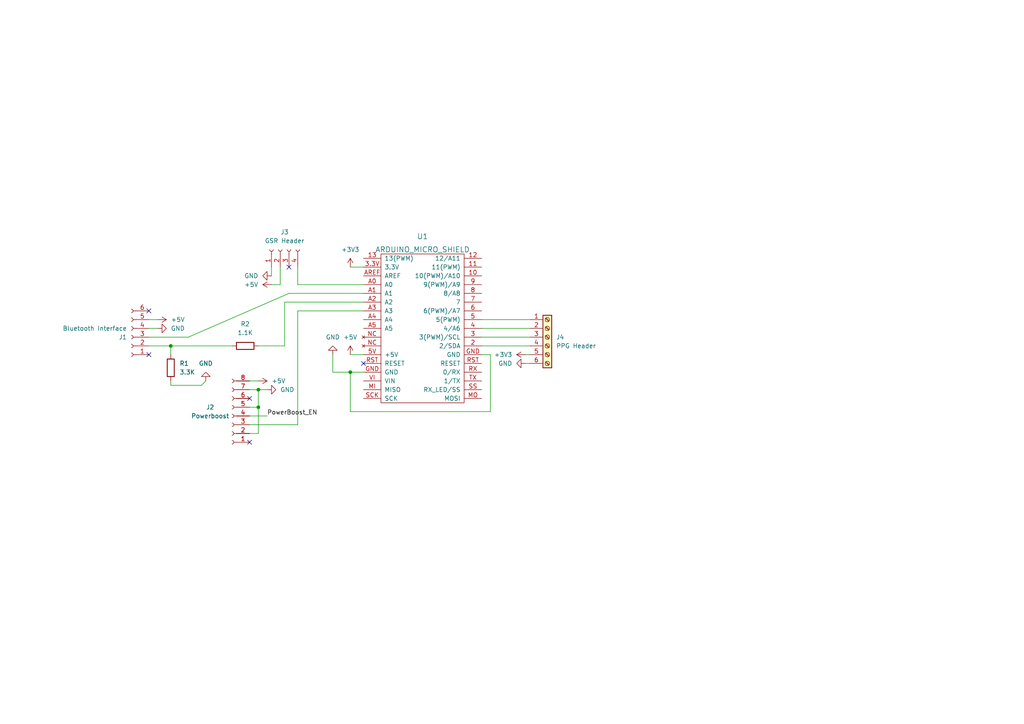
<source format=kicad_sch>
(kicad_sch (version 20211123) (generator eeschema)

  (uuid ad61b774-4279-49e8-a967-84003f815f91)

  (paper "A4")

  (lib_symbols
    (symbol "Connector:Conn_01x04_Female" (pin_names (offset 1.016) hide) (in_bom yes) (on_board yes)
      (property "Reference" "J" (id 0) (at 0 5.08 0)
        (effects (font (size 1.27 1.27)))
      )
      (property "Value" "Conn_01x04_Female" (id 1) (at 0 -7.62 0)
        (effects (font (size 1.27 1.27)))
      )
      (property "Footprint" "" (id 2) (at 0 0 0)
        (effects (font (size 1.27 1.27)) hide)
      )
      (property "Datasheet" "~" (id 3) (at 0 0 0)
        (effects (font (size 1.27 1.27)) hide)
      )
      (property "ki_keywords" "connector" (id 4) (at 0 0 0)
        (effects (font (size 1.27 1.27)) hide)
      )
      (property "ki_description" "Generic connector, single row, 01x04, script generated (kicad-library-utils/schlib/autogen/connector/)" (id 5) (at 0 0 0)
        (effects (font (size 1.27 1.27)) hide)
      )
      (property "ki_fp_filters" "Connector*:*_1x??_*" (id 6) (at 0 0 0)
        (effects (font (size 1.27 1.27)) hide)
      )
      (symbol "Conn_01x04_Female_1_1"
        (arc (start 0 -4.572) (mid -0.508 -5.08) (end 0 -5.588)
          (stroke (width 0.1524) (type default) (color 0 0 0 0))
          (fill (type none))
        )
        (arc (start 0 -2.032) (mid -0.508 -2.54) (end 0 -3.048)
          (stroke (width 0.1524) (type default) (color 0 0 0 0))
          (fill (type none))
        )
        (polyline
          (pts
            (xy -1.27 -5.08)
            (xy -0.508 -5.08)
          )
          (stroke (width 0.1524) (type default) (color 0 0 0 0))
          (fill (type none))
        )
        (polyline
          (pts
            (xy -1.27 -2.54)
            (xy -0.508 -2.54)
          )
          (stroke (width 0.1524) (type default) (color 0 0 0 0))
          (fill (type none))
        )
        (polyline
          (pts
            (xy -1.27 0)
            (xy -0.508 0)
          )
          (stroke (width 0.1524) (type default) (color 0 0 0 0))
          (fill (type none))
        )
        (polyline
          (pts
            (xy -1.27 2.54)
            (xy -0.508 2.54)
          )
          (stroke (width 0.1524) (type default) (color 0 0 0 0))
          (fill (type none))
        )
        (arc (start 0 0.508) (mid -0.508 0) (end 0 -0.508)
          (stroke (width 0.1524) (type default) (color 0 0 0 0))
          (fill (type none))
        )
        (arc (start 0 3.048) (mid -0.508 2.54) (end 0 2.032)
          (stroke (width 0.1524) (type default) (color 0 0 0 0))
          (fill (type none))
        )
        (pin passive line (at -5.08 2.54 0) (length 3.81)
          (name "Pin_1" (effects (font (size 1.27 1.27))))
          (number "1" (effects (font (size 1.27 1.27))))
        )
        (pin passive line (at -5.08 0 0) (length 3.81)
          (name "Pin_2" (effects (font (size 1.27 1.27))))
          (number "2" (effects (font (size 1.27 1.27))))
        )
        (pin passive line (at -5.08 -2.54 0) (length 3.81)
          (name "Pin_3" (effects (font (size 1.27 1.27))))
          (number "3" (effects (font (size 1.27 1.27))))
        )
        (pin passive line (at -5.08 -5.08 0) (length 3.81)
          (name "Pin_4" (effects (font (size 1.27 1.27))))
          (number "4" (effects (font (size 1.27 1.27))))
        )
      )
    )
    (symbol "Connector:Conn_01x06_Female" (pin_names (offset 1.016) hide) (in_bom yes) (on_board yes)
      (property "Reference" "J" (id 0) (at 0 7.62 0)
        (effects (font (size 1.27 1.27)))
      )
      (property "Value" "Conn_01x06_Female" (id 1) (at 0 -10.16 0)
        (effects (font (size 1.27 1.27)))
      )
      (property "Footprint" "" (id 2) (at 0 0 0)
        (effects (font (size 1.27 1.27)) hide)
      )
      (property "Datasheet" "~" (id 3) (at 0 0 0)
        (effects (font (size 1.27 1.27)) hide)
      )
      (property "ki_keywords" "connector" (id 4) (at 0 0 0)
        (effects (font (size 1.27 1.27)) hide)
      )
      (property "ki_description" "Generic connector, single row, 01x06, script generated (kicad-library-utils/schlib/autogen/connector/)" (id 5) (at 0 0 0)
        (effects (font (size 1.27 1.27)) hide)
      )
      (property "ki_fp_filters" "Connector*:*_1x??_*" (id 6) (at 0 0 0)
        (effects (font (size 1.27 1.27)) hide)
      )
      (symbol "Conn_01x06_Female_1_1"
        (arc (start 0 -7.112) (mid -0.508 -7.62) (end 0 -8.128)
          (stroke (width 0.1524) (type default) (color 0 0 0 0))
          (fill (type none))
        )
        (arc (start 0 -4.572) (mid -0.508 -5.08) (end 0 -5.588)
          (stroke (width 0.1524) (type default) (color 0 0 0 0))
          (fill (type none))
        )
        (arc (start 0 -2.032) (mid -0.508 -2.54) (end 0 -3.048)
          (stroke (width 0.1524) (type default) (color 0 0 0 0))
          (fill (type none))
        )
        (polyline
          (pts
            (xy -1.27 -7.62)
            (xy -0.508 -7.62)
          )
          (stroke (width 0.1524) (type default) (color 0 0 0 0))
          (fill (type none))
        )
        (polyline
          (pts
            (xy -1.27 -5.08)
            (xy -0.508 -5.08)
          )
          (stroke (width 0.1524) (type default) (color 0 0 0 0))
          (fill (type none))
        )
        (polyline
          (pts
            (xy -1.27 -2.54)
            (xy -0.508 -2.54)
          )
          (stroke (width 0.1524) (type default) (color 0 0 0 0))
          (fill (type none))
        )
        (polyline
          (pts
            (xy -1.27 0)
            (xy -0.508 0)
          )
          (stroke (width 0.1524) (type default) (color 0 0 0 0))
          (fill (type none))
        )
        (polyline
          (pts
            (xy -1.27 2.54)
            (xy -0.508 2.54)
          )
          (stroke (width 0.1524) (type default) (color 0 0 0 0))
          (fill (type none))
        )
        (polyline
          (pts
            (xy -1.27 5.08)
            (xy -0.508 5.08)
          )
          (stroke (width 0.1524) (type default) (color 0 0 0 0))
          (fill (type none))
        )
        (arc (start 0 0.508) (mid -0.508 0) (end 0 -0.508)
          (stroke (width 0.1524) (type default) (color 0 0 0 0))
          (fill (type none))
        )
        (arc (start 0 3.048) (mid -0.508 2.54) (end 0 2.032)
          (stroke (width 0.1524) (type default) (color 0 0 0 0))
          (fill (type none))
        )
        (arc (start 0 5.588) (mid -0.508 5.08) (end 0 4.572)
          (stroke (width 0.1524) (type default) (color 0 0 0 0))
          (fill (type none))
        )
        (pin passive line (at -5.08 5.08 0) (length 3.81)
          (name "Pin_1" (effects (font (size 1.27 1.27))))
          (number "1" (effects (font (size 1.27 1.27))))
        )
        (pin passive line (at -5.08 2.54 0) (length 3.81)
          (name "Pin_2" (effects (font (size 1.27 1.27))))
          (number "2" (effects (font (size 1.27 1.27))))
        )
        (pin passive line (at -5.08 0 0) (length 3.81)
          (name "Pin_3" (effects (font (size 1.27 1.27))))
          (number "3" (effects (font (size 1.27 1.27))))
        )
        (pin passive line (at -5.08 -2.54 0) (length 3.81)
          (name "Pin_4" (effects (font (size 1.27 1.27))))
          (number "4" (effects (font (size 1.27 1.27))))
        )
        (pin passive line (at -5.08 -5.08 0) (length 3.81)
          (name "Pin_5" (effects (font (size 1.27 1.27))))
          (number "5" (effects (font (size 1.27 1.27))))
        )
        (pin passive line (at -5.08 -7.62 0) (length 3.81)
          (name "Pin_6" (effects (font (size 1.27 1.27))))
          (number "6" (effects (font (size 1.27 1.27))))
        )
      )
    )
    (symbol "Connector:Conn_01x08_Female" (pin_names (offset 1.016) hide) (in_bom yes) (on_board yes)
      (property "Reference" "J" (id 0) (at 0 10.16 0)
        (effects (font (size 1.27 1.27)))
      )
      (property "Value" "Conn_01x08_Female" (id 1) (at 0 -12.7 0)
        (effects (font (size 1.27 1.27)))
      )
      (property "Footprint" "" (id 2) (at 0 0 0)
        (effects (font (size 1.27 1.27)) hide)
      )
      (property "Datasheet" "~" (id 3) (at 0 0 0)
        (effects (font (size 1.27 1.27)) hide)
      )
      (property "ki_keywords" "connector" (id 4) (at 0 0 0)
        (effects (font (size 1.27 1.27)) hide)
      )
      (property "ki_description" "Generic connector, single row, 01x08, script generated (kicad-library-utils/schlib/autogen/connector/)" (id 5) (at 0 0 0)
        (effects (font (size 1.27 1.27)) hide)
      )
      (property "ki_fp_filters" "Connector*:*_1x??_*" (id 6) (at 0 0 0)
        (effects (font (size 1.27 1.27)) hide)
      )
      (symbol "Conn_01x08_Female_1_1"
        (arc (start 0 -9.652) (mid -0.508 -10.16) (end 0 -10.668)
          (stroke (width 0.1524) (type default) (color 0 0 0 0))
          (fill (type none))
        )
        (arc (start 0 -7.112) (mid -0.508 -7.62) (end 0 -8.128)
          (stroke (width 0.1524) (type default) (color 0 0 0 0))
          (fill (type none))
        )
        (arc (start 0 -4.572) (mid -0.508 -5.08) (end 0 -5.588)
          (stroke (width 0.1524) (type default) (color 0 0 0 0))
          (fill (type none))
        )
        (arc (start 0 -2.032) (mid -0.508 -2.54) (end 0 -3.048)
          (stroke (width 0.1524) (type default) (color 0 0 0 0))
          (fill (type none))
        )
        (polyline
          (pts
            (xy -1.27 -10.16)
            (xy -0.508 -10.16)
          )
          (stroke (width 0.1524) (type default) (color 0 0 0 0))
          (fill (type none))
        )
        (polyline
          (pts
            (xy -1.27 -7.62)
            (xy -0.508 -7.62)
          )
          (stroke (width 0.1524) (type default) (color 0 0 0 0))
          (fill (type none))
        )
        (polyline
          (pts
            (xy -1.27 -5.08)
            (xy -0.508 -5.08)
          )
          (stroke (width 0.1524) (type default) (color 0 0 0 0))
          (fill (type none))
        )
        (polyline
          (pts
            (xy -1.27 -2.54)
            (xy -0.508 -2.54)
          )
          (stroke (width 0.1524) (type default) (color 0 0 0 0))
          (fill (type none))
        )
        (polyline
          (pts
            (xy -1.27 0)
            (xy -0.508 0)
          )
          (stroke (width 0.1524) (type default) (color 0 0 0 0))
          (fill (type none))
        )
        (polyline
          (pts
            (xy -1.27 2.54)
            (xy -0.508 2.54)
          )
          (stroke (width 0.1524) (type default) (color 0 0 0 0))
          (fill (type none))
        )
        (polyline
          (pts
            (xy -1.27 5.08)
            (xy -0.508 5.08)
          )
          (stroke (width 0.1524) (type default) (color 0 0 0 0))
          (fill (type none))
        )
        (polyline
          (pts
            (xy -1.27 7.62)
            (xy -0.508 7.62)
          )
          (stroke (width 0.1524) (type default) (color 0 0 0 0))
          (fill (type none))
        )
        (arc (start 0 0.508) (mid -0.508 0) (end 0 -0.508)
          (stroke (width 0.1524) (type default) (color 0 0 0 0))
          (fill (type none))
        )
        (arc (start 0 3.048) (mid -0.508 2.54) (end 0 2.032)
          (stroke (width 0.1524) (type default) (color 0 0 0 0))
          (fill (type none))
        )
        (arc (start 0 5.588) (mid -0.508 5.08) (end 0 4.572)
          (stroke (width 0.1524) (type default) (color 0 0 0 0))
          (fill (type none))
        )
        (arc (start 0 8.128) (mid -0.508 7.62) (end 0 7.112)
          (stroke (width 0.1524) (type default) (color 0 0 0 0))
          (fill (type none))
        )
        (pin passive line (at -5.08 7.62 0) (length 3.81)
          (name "Pin_1" (effects (font (size 1.27 1.27))))
          (number "1" (effects (font (size 1.27 1.27))))
        )
        (pin passive line (at -5.08 5.08 0) (length 3.81)
          (name "Pin_2" (effects (font (size 1.27 1.27))))
          (number "2" (effects (font (size 1.27 1.27))))
        )
        (pin passive line (at -5.08 2.54 0) (length 3.81)
          (name "Pin_3" (effects (font (size 1.27 1.27))))
          (number "3" (effects (font (size 1.27 1.27))))
        )
        (pin passive line (at -5.08 0 0) (length 3.81)
          (name "Pin_4" (effects (font (size 1.27 1.27))))
          (number "4" (effects (font (size 1.27 1.27))))
        )
        (pin passive line (at -5.08 -2.54 0) (length 3.81)
          (name "Pin_5" (effects (font (size 1.27 1.27))))
          (number "5" (effects (font (size 1.27 1.27))))
        )
        (pin passive line (at -5.08 -5.08 0) (length 3.81)
          (name "Pin_6" (effects (font (size 1.27 1.27))))
          (number "6" (effects (font (size 1.27 1.27))))
        )
        (pin passive line (at -5.08 -7.62 0) (length 3.81)
          (name "Pin_7" (effects (font (size 1.27 1.27))))
          (number "7" (effects (font (size 1.27 1.27))))
        )
        (pin passive line (at -5.08 -10.16 0) (length 3.81)
          (name "Pin_8" (effects (font (size 1.27 1.27))))
          (number "8" (effects (font (size 1.27 1.27))))
        )
      )
    )
    (symbol "Connector:Screw_Terminal_01x06" (pin_names (offset 1.016) hide) (in_bom yes) (on_board yes)
      (property "Reference" "J" (id 0) (at 0 7.62 0)
        (effects (font (size 1.27 1.27)))
      )
      (property "Value" "Screw_Terminal_01x06" (id 1) (at 0 -10.16 0)
        (effects (font (size 1.27 1.27)))
      )
      (property "Footprint" "" (id 2) (at 0 0 0)
        (effects (font (size 1.27 1.27)) hide)
      )
      (property "Datasheet" "~" (id 3) (at 0 0 0)
        (effects (font (size 1.27 1.27)) hide)
      )
      (property "ki_keywords" "screw terminal" (id 4) (at 0 0 0)
        (effects (font (size 1.27 1.27)) hide)
      )
      (property "ki_description" "Generic screw terminal, single row, 01x06, script generated (kicad-library-utils/schlib/autogen/connector/)" (id 5) (at 0 0 0)
        (effects (font (size 1.27 1.27)) hide)
      )
      (property "ki_fp_filters" "TerminalBlock*:*" (id 6) (at 0 0 0)
        (effects (font (size 1.27 1.27)) hide)
      )
      (symbol "Screw_Terminal_01x06_1_1"
        (rectangle (start -1.27 6.35) (end 1.27 -8.89)
          (stroke (width 0.254) (type default) (color 0 0 0 0))
          (fill (type background))
        )
        (circle (center 0 -7.62) (radius 0.635)
          (stroke (width 0.1524) (type default) (color 0 0 0 0))
          (fill (type none))
        )
        (circle (center 0 -5.08) (radius 0.635)
          (stroke (width 0.1524) (type default) (color 0 0 0 0))
          (fill (type none))
        )
        (circle (center 0 -2.54) (radius 0.635)
          (stroke (width 0.1524) (type default) (color 0 0 0 0))
          (fill (type none))
        )
        (polyline
          (pts
            (xy -0.5334 -7.2898)
            (xy 0.3302 -8.128)
          )
          (stroke (width 0.1524) (type default) (color 0 0 0 0))
          (fill (type none))
        )
        (polyline
          (pts
            (xy -0.5334 -4.7498)
            (xy 0.3302 -5.588)
          )
          (stroke (width 0.1524) (type default) (color 0 0 0 0))
          (fill (type none))
        )
        (polyline
          (pts
            (xy -0.5334 -2.2098)
            (xy 0.3302 -3.048)
          )
          (stroke (width 0.1524) (type default) (color 0 0 0 0))
          (fill (type none))
        )
        (polyline
          (pts
            (xy -0.5334 0.3302)
            (xy 0.3302 -0.508)
          )
          (stroke (width 0.1524) (type default) (color 0 0 0 0))
          (fill (type none))
        )
        (polyline
          (pts
            (xy -0.5334 2.8702)
            (xy 0.3302 2.032)
          )
          (stroke (width 0.1524) (type default) (color 0 0 0 0))
          (fill (type none))
        )
        (polyline
          (pts
            (xy -0.5334 5.4102)
            (xy 0.3302 4.572)
          )
          (stroke (width 0.1524) (type default) (color 0 0 0 0))
          (fill (type none))
        )
        (polyline
          (pts
            (xy -0.3556 -7.112)
            (xy 0.508 -7.9502)
          )
          (stroke (width 0.1524) (type default) (color 0 0 0 0))
          (fill (type none))
        )
        (polyline
          (pts
            (xy -0.3556 -4.572)
            (xy 0.508 -5.4102)
          )
          (stroke (width 0.1524) (type default) (color 0 0 0 0))
          (fill (type none))
        )
        (polyline
          (pts
            (xy -0.3556 -2.032)
            (xy 0.508 -2.8702)
          )
          (stroke (width 0.1524) (type default) (color 0 0 0 0))
          (fill (type none))
        )
        (polyline
          (pts
            (xy -0.3556 0.508)
            (xy 0.508 -0.3302)
          )
          (stroke (width 0.1524) (type default) (color 0 0 0 0))
          (fill (type none))
        )
        (polyline
          (pts
            (xy -0.3556 3.048)
            (xy 0.508 2.2098)
          )
          (stroke (width 0.1524) (type default) (color 0 0 0 0))
          (fill (type none))
        )
        (polyline
          (pts
            (xy -0.3556 5.588)
            (xy 0.508 4.7498)
          )
          (stroke (width 0.1524) (type default) (color 0 0 0 0))
          (fill (type none))
        )
        (circle (center 0 0) (radius 0.635)
          (stroke (width 0.1524) (type default) (color 0 0 0 0))
          (fill (type none))
        )
        (circle (center 0 2.54) (radius 0.635)
          (stroke (width 0.1524) (type default) (color 0 0 0 0))
          (fill (type none))
        )
        (circle (center 0 5.08) (radius 0.635)
          (stroke (width 0.1524) (type default) (color 0 0 0 0))
          (fill (type none))
        )
        (pin passive line (at -5.08 5.08 0) (length 3.81)
          (name "Pin_1" (effects (font (size 1.27 1.27))))
          (number "1" (effects (font (size 1.27 1.27))))
        )
        (pin passive line (at -5.08 2.54 0) (length 3.81)
          (name "Pin_2" (effects (font (size 1.27 1.27))))
          (number "2" (effects (font (size 1.27 1.27))))
        )
        (pin passive line (at -5.08 0 0) (length 3.81)
          (name "Pin_3" (effects (font (size 1.27 1.27))))
          (number "3" (effects (font (size 1.27 1.27))))
        )
        (pin passive line (at -5.08 -2.54 0) (length 3.81)
          (name "Pin_4" (effects (font (size 1.27 1.27))))
          (number "4" (effects (font (size 1.27 1.27))))
        )
        (pin passive line (at -5.08 -5.08 0) (length 3.81)
          (name "Pin_5" (effects (font (size 1.27 1.27))))
          (number "5" (effects (font (size 1.27 1.27))))
        )
        (pin passive line (at -5.08 -7.62 0) (length 3.81)
          (name "Pin_6" (effects (font (size 1.27 1.27))))
          (number "6" (effects (font (size 1.27 1.27))))
        )
      )
    )
    (symbol "Device:R" (pin_numbers hide) (pin_names (offset 0)) (in_bom yes) (on_board yes)
      (property "Reference" "R" (id 0) (at 2.032 0 90)
        (effects (font (size 1.27 1.27)))
      )
      (property "Value" "R" (id 1) (at 0 0 90)
        (effects (font (size 1.27 1.27)))
      )
      (property "Footprint" "" (id 2) (at -1.778 0 90)
        (effects (font (size 1.27 1.27)) hide)
      )
      (property "Datasheet" "~" (id 3) (at 0 0 0)
        (effects (font (size 1.27 1.27)) hide)
      )
      (property "ki_keywords" "R res resistor" (id 4) (at 0 0 0)
        (effects (font (size 1.27 1.27)) hide)
      )
      (property "ki_description" "Resistor" (id 5) (at 0 0 0)
        (effects (font (size 1.27 1.27)) hide)
      )
      (property "ki_fp_filters" "R_*" (id 6) (at 0 0 0)
        (effects (font (size 1.27 1.27)) hide)
      )
      (symbol "R_0_1"
        (rectangle (start -1.016 -2.54) (end 1.016 2.54)
          (stroke (width 0.254) (type default) (color 0 0 0 0))
          (fill (type none))
        )
      )
      (symbol "R_1_1"
        (pin passive line (at 0 3.81 270) (length 1.27)
          (name "~" (effects (font (size 1.27 1.27))))
          (number "1" (effects (font (size 1.27 1.27))))
        )
        (pin passive line (at 0 -3.81 90) (length 1.27)
          (name "~" (effects (font (size 1.27 1.27))))
          (number "2" (effects (font (size 1.27 1.27))))
        )
      )
    )
    (symbol "arduino_micro_shield:ARDUINO_MICRO_SHIELD" (pin_names (offset 1.016)) (in_bom yes) (on_board yes)
      (property "Reference" "U" (id 0) (at 44.45 10.16 0)
        (effects (font (size 1.524 1.524)))
      )
      (property "Value" "ARDUINO_MICRO_SHIELD" (id 1) (at 21.59 15.24 0)
        (effects (font (size 1.524 1.524)))
      )
      (property "Footprint" "" (id 2) (at 10.16 -1.27 0)
        (effects (font (size 1.524 1.524)))
      )
      (property "Datasheet" "" (id 3) (at 10.16 -1.27 0)
        (effects (font (size 1.524 1.524)))
      )
      (property "ki_keywords" "arduino, micro" (id 4) (at 0 0 0)
        (effects (font (size 1.27 1.27)) hide)
      )
      (property "ki_description" "Arduino Micro shield" (id 5) (at 0 0 0)
        (effects (font (size 1.27 1.27)) hide)
      )
      (symbol "ARDUINO_MICRO_SHIELD_0_1"
        (rectangle (start 0 0) (end 43.18 24.13)
          (stroke (width 0) (type default) (color 0 0 0 0))
          (fill (type none))
        )
      )
      (symbol "ARDUINO_MICRO_SHIELD_1_1"
        (pin bidirectional line (at 36.83 -5.08 90) (length 5.08)
          (name "10(PWM)/A10" (effects (font (size 1.27 1.27))))
          (number "10" (effects (font (size 1.27 1.27))))
        )
        (pin bidirectional line (at 39.37 -5.08 90) (length 5.08)
          (name "11(PWM)" (effects (font (size 1.27 1.27))))
          (number "11" (effects (font (size 1.27 1.27))))
        )
        (pin bidirectional line (at 41.91 -5.08 90) (length 5.08)
          (name "12/A11" (effects (font (size 1.27 1.27))))
          (number "12" (effects (font (size 1.27 1.27))))
        )
        (pin bidirectional line (at 41.91 29.21 270) (length 5.08)
          (name "13(PWM)" (effects (font (size 1.27 1.27))))
          (number "13" (effects (font (size 1.27 1.27))))
        )
        (pin bidirectional line (at 16.51 -5.08 90) (length 5.08)
          (name "2/SDA" (effects (font (size 1.27 1.27))))
          (number "2" (effects (font (size 1.27 1.27))))
        )
        (pin bidirectional line (at 19.05 -5.08 90) (length 5.08)
          (name "3(PWM)/SCL" (effects (font (size 1.27 1.27))))
          (number "3" (effects (font (size 1.27 1.27))))
        )
        (pin power_in line (at 39.37 29.21 270) (length 5.08)
          (name "3.3V" (effects (font (size 1.27 1.27))))
          (number "3.3V" (effects (font (size 1.27 1.27))))
        )
        (pin bidirectional line (at 21.59 -5.08 90) (length 5.08)
          (name "4/A6" (effects (font (size 1.27 1.27))))
          (number "4" (effects (font (size 1.27 1.27))))
        )
        (pin bidirectional line (at 24.13 -5.08 90) (length 5.08)
          (name "5(PWM)" (effects (font (size 1.27 1.27))))
          (number "5" (effects (font (size 1.27 1.27))))
        )
        (pin power_in line (at 13.97 29.21 270) (length 5.08)
          (name "+5V" (effects (font (size 1.27 1.27))))
          (number "5V" (effects (font (size 1.27 1.27))))
        )
        (pin bidirectional line (at 26.67 -5.08 90) (length 5.08)
          (name "6(PWM)/A7" (effects (font (size 1.27 1.27))))
          (number "6" (effects (font (size 1.27 1.27))))
        )
        (pin bidirectional line (at 29.21 -5.08 90) (length 5.08)
          (name "7" (effects (font (size 1.27 1.27))))
          (number "7" (effects (font (size 1.27 1.27))))
        )
        (pin bidirectional line (at 31.75 -5.08 90) (length 5.08)
          (name "8/A8" (effects (font (size 1.27 1.27))))
          (number "8" (effects (font (size 1.27 1.27))))
        )
        (pin bidirectional line (at 34.29 -5.08 90) (length 5.08)
          (name "9(PWM)/A9" (effects (font (size 1.27 1.27))))
          (number "9" (effects (font (size 1.27 1.27))))
        )
        (pin bidirectional line (at 34.29 29.21 270) (length 5.08)
          (name "A0" (effects (font (size 1.27 1.27))))
          (number "A0" (effects (font (size 1.27 1.27))))
        )
        (pin bidirectional line (at 31.75 29.21 270) (length 5.08)
          (name "A1" (effects (font (size 1.27 1.27))))
          (number "A1" (effects (font (size 1.27 1.27))))
        )
        (pin bidirectional line (at 29.21 29.21 270) (length 5.08)
          (name "A2" (effects (font (size 1.27 1.27))))
          (number "A2" (effects (font (size 1.27 1.27))))
        )
        (pin bidirectional line (at 26.67 29.21 270) (length 5.08)
          (name "A3" (effects (font (size 1.27 1.27))))
          (number "A3" (effects (font (size 1.27 1.27))))
        )
        (pin bidirectional line (at 24.13 29.21 270) (length 5.08)
          (name "A4" (effects (font (size 1.27 1.27))))
          (number "A4" (effects (font (size 1.27 1.27))))
        )
        (pin bidirectional line (at 21.59 29.21 270) (length 5.08)
          (name "A5" (effects (font (size 1.27 1.27))))
          (number "A5" (effects (font (size 1.27 1.27))))
        )
        (pin power_in line (at 36.83 29.21 270) (length 5.08)
          (name "AREF" (effects (font (size 1.27 1.27))))
          (number "AREF" (effects (font (size 1.27 1.27))))
        )
        (pin power_in line (at 8.89 29.21 270) (length 5.08)
          (name "GND" (effects (font (size 1.27 1.27))))
          (number "GND" (effects (font (size 1.27 1.27))))
        )
        (pin power_in line (at 13.97 -5.08 90) (length 5.08)
          (name "GND" (effects (font (size 1.27 1.27))))
          (number "GND" (effects (font (size 1.27 1.27))))
        )
        (pin bidirectional line (at 3.81 29.21 270) (length 5.08)
          (name "MISO" (effects (font (size 1.27 1.27))))
          (number "MI" (effects (font (size 1.27 1.27))))
        )
        (pin bidirectional line (at 1.27 -5.08 90) (length 5.08)
          (name "MOSI" (effects (font (size 1.27 1.27))))
          (number "MO" (effects (font (size 1.27 1.27))))
        )
        (pin no_connect line (at 16.51 29.21 270) (length 5.08)
          (name "~" (effects (font (size 1.27 1.27))))
          (number "NC" (effects (font (size 1.27 1.27))))
        )
        (pin no_connect line (at 19.05 29.21 270) (length 5.08)
          (name "~" (effects (font (size 1.27 1.27))))
          (number "NC" (effects (font (size 1.27 1.27))))
        )
        (pin bidirectional line (at 11.43 -5.08 90) (length 5.08)
          (name "RESET" (effects (font (size 1.27 1.27))))
          (number "RST" (effects (font (size 1.27 1.27))))
        )
        (pin bidirectional line (at 11.43 29.21 270) (length 5.08)
          (name "RESET" (effects (font (size 1.27 1.27))))
          (number "RST" (effects (font (size 1.27 1.27))))
        )
        (pin bidirectional line (at 8.89 -5.08 90) (length 5.08)
          (name "0/RX" (effects (font (size 1.27 1.27))))
          (number "RX" (effects (font (size 1.27 1.27))))
        )
        (pin bidirectional line (at 1.27 29.21 270) (length 5.08)
          (name "SCK" (effects (font (size 1.27 1.27))))
          (number "SCK" (effects (font (size 1.27 1.27))))
        )
        (pin bidirectional line (at 3.81 -5.08 90) (length 5.08)
          (name "RX_LED/SS" (effects (font (size 1.27 1.27))))
          (number "SS" (effects (font (size 1.27 1.27))))
        )
        (pin bidirectional line (at 6.35 -5.08 90) (length 5.08)
          (name "1/TX" (effects (font (size 1.27 1.27))))
          (number "TX" (effects (font (size 1.27 1.27))))
        )
        (pin power_in line (at 6.35 29.21 270) (length 5.08)
          (name "VIN" (effects (font (size 1.27 1.27))))
          (number "VI" (effects (font (size 1.27 1.27))))
        )
      )
    )
    (symbol "power:+3V3" (power) (pin_names (offset 0)) (in_bom yes) (on_board yes)
      (property "Reference" "#PWR" (id 0) (at 0 -3.81 0)
        (effects (font (size 1.27 1.27)) hide)
      )
      (property "Value" "+3V3" (id 1) (at 0 3.556 0)
        (effects (font (size 1.27 1.27)))
      )
      (property "Footprint" "" (id 2) (at 0 0 0)
        (effects (font (size 1.27 1.27)) hide)
      )
      (property "Datasheet" "" (id 3) (at 0 0 0)
        (effects (font (size 1.27 1.27)) hide)
      )
      (property "ki_keywords" "global power" (id 4) (at 0 0 0)
        (effects (font (size 1.27 1.27)) hide)
      )
      (property "ki_description" "Power symbol creates a global label with name \"+3V3\"" (id 5) (at 0 0 0)
        (effects (font (size 1.27 1.27)) hide)
      )
      (symbol "+3V3_0_1"
        (polyline
          (pts
            (xy -0.762 1.27)
            (xy 0 2.54)
          )
          (stroke (width 0) (type default) (color 0 0 0 0))
          (fill (type none))
        )
        (polyline
          (pts
            (xy 0 0)
            (xy 0 2.54)
          )
          (stroke (width 0) (type default) (color 0 0 0 0))
          (fill (type none))
        )
        (polyline
          (pts
            (xy 0 2.54)
            (xy 0.762 1.27)
          )
          (stroke (width 0) (type default) (color 0 0 0 0))
          (fill (type none))
        )
      )
      (symbol "+3V3_1_1"
        (pin power_in line (at 0 0 90) (length 0) hide
          (name "+3V3" (effects (font (size 1.27 1.27))))
          (number "1" (effects (font (size 1.27 1.27))))
        )
      )
    )
    (symbol "power:+5V" (power) (pin_names (offset 0)) (in_bom yes) (on_board yes)
      (property "Reference" "#PWR" (id 0) (at 0 -3.81 0)
        (effects (font (size 1.27 1.27)) hide)
      )
      (property "Value" "+5V" (id 1) (at 0 3.556 0)
        (effects (font (size 1.27 1.27)))
      )
      (property "Footprint" "" (id 2) (at 0 0 0)
        (effects (font (size 1.27 1.27)) hide)
      )
      (property "Datasheet" "" (id 3) (at 0 0 0)
        (effects (font (size 1.27 1.27)) hide)
      )
      (property "ki_keywords" "global power" (id 4) (at 0 0 0)
        (effects (font (size 1.27 1.27)) hide)
      )
      (property "ki_description" "Power symbol creates a global label with name \"+5V\"" (id 5) (at 0 0 0)
        (effects (font (size 1.27 1.27)) hide)
      )
      (symbol "+5V_0_1"
        (polyline
          (pts
            (xy -0.762 1.27)
            (xy 0 2.54)
          )
          (stroke (width 0) (type default) (color 0 0 0 0))
          (fill (type none))
        )
        (polyline
          (pts
            (xy 0 0)
            (xy 0 2.54)
          )
          (stroke (width 0) (type default) (color 0 0 0 0))
          (fill (type none))
        )
        (polyline
          (pts
            (xy 0 2.54)
            (xy 0.762 1.27)
          )
          (stroke (width 0) (type default) (color 0 0 0 0))
          (fill (type none))
        )
      )
      (symbol "+5V_1_1"
        (pin power_in line (at 0 0 90) (length 0) hide
          (name "+5V" (effects (font (size 1.27 1.27))))
          (number "1" (effects (font (size 1.27 1.27))))
        )
      )
    )
    (symbol "power:GND" (power) (pin_names (offset 0)) (in_bom yes) (on_board yes)
      (property "Reference" "#PWR" (id 0) (at 0 -6.35 0)
        (effects (font (size 1.27 1.27)) hide)
      )
      (property "Value" "GND" (id 1) (at 0 -3.81 0)
        (effects (font (size 1.27 1.27)))
      )
      (property "Footprint" "" (id 2) (at 0 0 0)
        (effects (font (size 1.27 1.27)) hide)
      )
      (property "Datasheet" "" (id 3) (at 0 0 0)
        (effects (font (size 1.27 1.27)) hide)
      )
      (property "ki_keywords" "global power" (id 4) (at 0 0 0)
        (effects (font (size 1.27 1.27)) hide)
      )
      (property "ki_description" "Power symbol creates a global label with name \"GND\" , ground" (id 5) (at 0 0 0)
        (effects (font (size 1.27 1.27)) hide)
      )
      (symbol "GND_0_1"
        (polyline
          (pts
            (xy 0 0)
            (xy 0 -1.27)
            (xy 1.27 -1.27)
            (xy 0 -2.54)
            (xy -1.27 -1.27)
            (xy 0 -1.27)
          )
          (stroke (width 0) (type default) (color 0 0 0 0))
          (fill (type none))
        )
      )
      (symbol "GND_1_1"
        (pin power_in line (at 0 0 270) (length 0) hide
          (name "GND" (effects (font (size 1.27 1.27))))
          (number "1" (effects (font (size 1.27 1.27))))
        )
      )
    )
  )

  (junction (at 74.93 118.11) (diameter 0) (color 0 0 0 0)
    (uuid 01858659-f91a-4b94-917a-2fe6e0d67b7b)
  )
  (junction (at 101.6 107.95) (diameter 0) (color 0 0 0 0)
    (uuid 8a73f9bd-5bb2-453f-89fc-f18c563d1264)
  )
  (junction (at 74.93 113.03) (diameter 0) (color 0 0 0 0)
    (uuid a1ea2e5a-f34a-44c7-81a1-ed3d12cb206c)
  )
  (junction (at 49.53 100.33) (diameter 0) (color 0 0 0 0)
    (uuid bcf201d5-4b00-4150-8fe2-d8a1e557df70)
  )

  (no_connect (at 43.18 102.87) (uuid 2cc71f4a-8c35-412e-87e1-9e59669116ea))
  (no_connect (at 105.41 105.41) (uuid 391f922f-5eec-4e79-bf21-a263d7fc971b))
  (no_connect (at 43.18 90.17) (uuid 54eaec9d-ce36-4fd8-9688-d5ee18ec1c8e))
  (no_connect (at 72.39 128.27) (uuid ab3a2658-ec4e-4e84-9694-f53e5428e24c))
  (no_connect (at 83.82 77.47) (uuid c5a2a505-f145-4d20-961a-a27ff8eac74c))
  (no_connect (at 72.39 115.57) (uuid d36251fa-f2e9-458c-b2b2-2d465459e1df))

  (wire (pts (xy 43.18 95.25) (xy 45.72 95.25))
    (stroke (width 0) (type default) (color 0 0 0 0))
    (uuid 0a944f6f-3c04-47d1-a835-5df23f1837d9)
  )
  (wire (pts (xy 139.7 95.25) (xy 153.67 95.25))
    (stroke (width 0) (type default) (color 0 0 0 0))
    (uuid 0d149894-886c-410f-a1e0-bdd8058d2c00)
  )
  (wire (pts (xy 58.42 111.76) (xy 59.69 110.49))
    (stroke (width 0) (type default) (color 0 0 0 0))
    (uuid 115a1cbc-48bd-4dcf-90c0-f737e0ced2c5)
  )
  (wire (pts (xy 49.53 100.33) (xy 67.31 100.33))
    (stroke (width 0) (type default) (color 0 0 0 0))
    (uuid 1c9a918c-a3f3-4523-9061-6d1c367aa349)
  )
  (wire (pts (xy 43.18 100.33) (xy 49.53 100.33))
    (stroke (width 0) (type default) (color 0 0 0 0))
    (uuid 28eb9105-2573-4d54-b69f-65e2f8e75aa9)
  )
  (wire (pts (xy 139.7 100.33) (xy 153.67 100.33))
    (stroke (width 0) (type default) (color 0 0 0 0))
    (uuid 3265b295-ced5-43ab-b9e1-24a3a730b482)
  )
  (wire (pts (xy 81.28 77.47) (xy 81.28 82.55))
    (stroke (width 0) (type default) (color 0 0 0 0))
    (uuid 359b0e5a-ef56-4488-8464-494fdce3b8b7)
  )
  (wire (pts (xy 152.4 105.41) (xy 153.67 105.41))
    (stroke (width 0) (type default) (color 0 0 0 0))
    (uuid 3bacee50-dbbe-46fe-b72c-f31703e816a3)
  )
  (wire (pts (xy 82.55 87.63) (xy 105.41 87.63))
    (stroke (width 0) (type default) (color 0 0 0 0))
    (uuid 3d3a4a15-f32d-4b68-a2bc-e944a5ab3347)
  )
  (wire (pts (xy 78.74 77.47) (xy 78.74 80.01))
    (stroke (width 0) (type default) (color 0 0 0 0))
    (uuid 3fd74657-d21d-44f3-91ca-648f23979318)
  )
  (wire (pts (xy 142.24 119.38) (xy 101.6 119.38))
    (stroke (width 0) (type default) (color 0 0 0 0))
    (uuid 43bc1014-e815-4173-a1b1-61d2b930f10e)
  )
  (wire (pts (xy 83.82 85.09) (xy 105.41 85.09))
    (stroke (width 0) (type default) (color 0 0 0 0))
    (uuid 491839b8-cbf8-4850-a953-765db69e955d)
  )
  (wire (pts (xy 43.18 92.71) (xy 45.72 92.71))
    (stroke (width 0) (type default) (color 0 0 0 0))
    (uuid 50f57190-58bd-4cf5-b1e9-3f61e6f6015d)
  )
  (wire (pts (xy 49.53 110.49) (xy 49.53 111.76))
    (stroke (width 0) (type default) (color 0 0 0 0))
    (uuid 51684553-f75e-44b7-b09d-add1638a886e)
  )
  (wire (pts (xy 72.39 123.19) (xy 86.36 123.19))
    (stroke (width 0) (type default) (color 0 0 0 0))
    (uuid 53a0be46-3412-41b8-a317-86b51492d228)
  )
  (wire (pts (xy 105.41 107.95) (xy 101.6 107.95))
    (stroke (width 0) (type default) (color 0 0 0 0))
    (uuid 564317f6-524c-49dd-a023-49851da03b16)
  )
  (wire (pts (xy 74.93 125.73) (xy 72.39 125.73))
    (stroke (width 0) (type default) (color 0 0 0 0))
    (uuid 5b5f619f-8efa-4e57-8dac-353765ab207b)
  )
  (wire (pts (xy 139.7 97.79) (xy 153.67 97.79))
    (stroke (width 0) (type default) (color 0 0 0 0))
    (uuid 603ee626-2a55-4e7c-8541-e5603d15b7e6)
  )
  (wire (pts (xy 142.24 102.87) (xy 142.24 119.38))
    (stroke (width 0) (type default) (color 0 0 0 0))
    (uuid 60c9a9e9-9cba-4864-86e0-22c95679907c)
  )
  (wire (pts (xy 152.4 102.87) (xy 153.67 102.87))
    (stroke (width 0) (type default) (color 0 0 0 0))
    (uuid 662bca76-8ca4-46dd-a2ee-053942568ec0)
  )
  (wire (pts (xy 43.18 97.79) (xy 54.61 97.79))
    (stroke (width 0) (type default) (color 0 0 0 0))
    (uuid 6792771b-cafa-411e-9d57-d0fd3c71d691)
  )
  (wire (pts (xy 74.93 113.03) (xy 74.93 118.11))
    (stroke (width 0) (type default) (color 0 0 0 0))
    (uuid 68e7d213-33ed-4b26-a494-58a8075fcc7e)
  )
  (wire (pts (xy 74.93 118.11) (xy 72.39 118.11))
    (stroke (width 0) (type default) (color 0 0 0 0))
    (uuid 69206d37-e833-415d-8e56-6a453448fca2)
  )
  (wire (pts (xy 49.53 111.76) (xy 58.42 111.76))
    (stroke (width 0) (type default) (color 0 0 0 0))
    (uuid 6c8af700-6b04-4408-92ee-f951c2d860bc)
  )
  (wire (pts (xy 101.6 119.38) (xy 101.6 107.95))
    (stroke (width 0) (type default) (color 0 0 0 0))
    (uuid 71dbf58c-5cd5-4562-978f-77e6361127e0)
  )
  (wire (pts (xy 74.93 100.33) (xy 82.55 100.33))
    (stroke (width 0) (type default) (color 0 0 0 0))
    (uuid 76ed81ff-8e85-47c7-9f27-de8dbe8e0b25)
  )
  (wire (pts (xy 96.52 107.95) (xy 96.52 102.87))
    (stroke (width 0) (type default) (color 0 0 0 0))
    (uuid 7d6227c2-d75c-45c8-a583-2981cb3b0787)
  )
  (wire (pts (xy 54.61 97.79) (xy 83.82 85.09))
    (stroke (width 0) (type default) (color 0 0 0 0))
    (uuid 8146f630-4031-4790-a54c-a5f4b2422fe6)
  )
  (wire (pts (xy 74.93 118.11) (xy 74.93 125.73))
    (stroke (width 0) (type default) (color 0 0 0 0))
    (uuid 8509f44d-2a43-4ebe-97fd-7133c4a19442)
  )
  (wire (pts (xy 72.39 113.03) (xy 74.93 113.03))
    (stroke (width 0) (type default) (color 0 0 0 0))
    (uuid 89deb18b-8a27-4bbb-b8e4-5ebf7b79b66b)
  )
  (wire (pts (xy 101.6 107.95) (xy 96.52 107.95))
    (stroke (width 0) (type default) (color 0 0 0 0))
    (uuid 8e441cb5-556c-44a1-9cd9-793dcbca0825)
  )
  (wire (pts (xy 82.55 100.33) (xy 82.55 87.63))
    (stroke (width 0) (type default) (color 0 0 0 0))
    (uuid a4d2b119-968b-4ade-9beb-4082e50f96c9)
  )
  (wire (pts (xy 139.7 92.71) (xy 153.67 92.71))
    (stroke (width 0) (type default) (color 0 0 0 0))
    (uuid ac3d1658-43ea-49e9-ab36-80463227a60d)
  )
  (wire (pts (xy 86.36 77.47) (xy 86.36 82.55))
    (stroke (width 0) (type default) (color 0 0 0 0))
    (uuid c085751d-0dae-4d61-a8af-0505758edd53)
  )
  (wire (pts (xy 81.28 82.55) (xy 78.74 82.55))
    (stroke (width 0) (type default) (color 0 0 0 0))
    (uuid c19baa28-0a96-4dec-b86d-edc1c5621a44)
  )
  (wire (pts (xy 101.6 102.87) (xy 105.41 102.87))
    (stroke (width 0) (type default) (color 0 0 0 0))
    (uuid c1dffd53-3df1-446a-aa44-59a66df59c1a)
  )
  (wire (pts (xy 72.39 110.49) (xy 74.93 110.49))
    (stroke (width 0) (type default) (color 0 0 0 0))
    (uuid c8dda661-c16f-4765-8cec-cd596a78f3a3)
  )
  (wire (pts (xy 86.36 123.19) (xy 86.36 90.17))
    (stroke (width 0) (type default) (color 0 0 0 0))
    (uuid c8f5b365-0c1d-435f-b41a-d83051560d8d)
  )
  (wire (pts (xy 86.36 90.17) (xy 105.41 90.17))
    (stroke (width 0) (type default) (color 0 0 0 0))
    (uuid de48b766-290e-4e79-a707-97238e5044a8)
  )
  (wire (pts (xy 72.39 120.65) (xy 77.47 120.65))
    (stroke (width 0) (type default) (color 0 0 0 0))
    (uuid e1e49943-9910-4b83-a264-7847b557161c)
  )
  (wire (pts (xy 86.36 82.55) (xy 105.41 82.55))
    (stroke (width 0) (type default) (color 0 0 0 0))
    (uuid e5a87d3c-bd3a-41bb-8b2a-21d636821f76)
  )
  (wire (pts (xy 49.53 100.33) (xy 49.53 102.87))
    (stroke (width 0) (type default) (color 0 0 0 0))
    (uuid ee01071d-32e9-4654-b7ee-690d7ebb21cc)
  )
  (wire (pts (xy 74.93 113.03) (xy 77.47 113.03))
    (stroke (width 0) (type default) (color 0 0 0 0))
    (uuid f0325725-148a-431b-90e1-f2a67230afdc)
  )
  (wire (pts (xy 139.7 102.87) (xy 142.24 102.87))
    (stroke (width 0) (type default) (color 0 0 0 0))
    (uuid f1c6bc70-061c-4fec-a0d8-ac66c24a06f2)
  )
  (wire (pts (xy 101.6 77.47) (xy 105.41 77.47))
    (stroke (width 0) (type default) (color 0 0 0 0))
    (uuid fb9042b9-9caa-49ae-b97a-c930e62586cf)
  )

  (label "PowerBoost_EN" (at 77.47 120.65 0)
    (effects (font (size 1.27 1.27)) (justify left bottom))
    (uuid 0963020f-71d8-474f-9051-7b5fba26c174)
  )

  (symbol (lib_id "power:+3V3") (at 152.4 102.87 90) (unit 1)
    (in_bom yes) (on_board yes) (fields_autoplaced)
    (uuid 083504b8-86cf-48bc-adb1-1912c96281b7)
    (property "Reference" "#PWR010" (id 0) (at 156.21 102.87 0)
      (effects (font (size 1.27 1.27)) hide)
    )
    (property "Value" "+3V3" (id 1) (at 148.59 102.8699 90)
      (effects (font (size 1.27 1.27)) (justify left))
    )
    (property "Footprint" "" (id 2) (at 152.4 102.87 0)
      (effects (font (size 1.27 1.27)) hide)
    )
    (property "Datasheet" "" (id 3) (at 152.4 102.87 0)
      (effects (font (size 1.27 1.27)) hide)
    )
    (pin "1" (uuid 25ec62c8-de3c-4ab7-8fe2-8fd905a69c00))
  )

  (symbol (lib_id "power:+5V") (at 74.93 110.49 270) (unit 1)
    (in_bom yes) (on_board yes) (fields_autoplaced)
    (uuid 171e6c4b-bcb8-4ee7-9429-3cbe3d6b8be9)
    (property "Reference" "#PWR03" (id 0) (at 71.12 110.49 0)
      (effects (font (size 1.27 1.27)) hide)
    )
    (property "Value" "+5V" (id 1) (at 78.74 110.4899 90)
      (effects (font (size 1.27 1.27)) (justify left))
    )
    (property "Footprint" "" (id 2) (at 74.93 110.49 0)
      (effects (font (size 1.27 1.27)) hide)
    )
    (property "Datasheet" "" (id 3) (at 74.93 110.49 0)
      (effects (font (size 1.27 1.27)) hide)
    )
    (pin "1" (uuid 1f007c56-5894-447b-88bc-1bcb1804d476))
  )

  (symbol (lib_id "power:GND") (at 77.47 113.03 90) (unit 1)
    (in_bom yes) (on_board yes) (fields_autoplaced)
    (uuid 2132ca76-6b7d-4478-bb46-08a994dc60c5)
    (property "Reference" "#PWR04" (id 0) (at 83.82 113.03 0)
      (effects (font (size 1.27 1.27)) hide)
    )
    (property "Value" "GND" (id 1) (at 81.28 113.0299 90)
      (effects (font (size 1.27 1.27)) (justify right))
    )
    (property "Footprint" "" (id 2) (at 77.47 113.03 0)
      (effects (font (size 1.27 1.27)) hide)
    )
    (property "Datasheet" "" (id 3) (at 77.47 113.03 0)
      (effects (font (size 1.27 1.27)) hide)
    )
    (pin "1" (uuid 8e515d2f-a7f2-46f7-84fb-33928446cf10))
  )

  (symbol (lib_id "Connector:Conn_01x08_Female") (at 67.31 120.65 180) (unit 1)
    (in_bom yes) (on_board yes)
    (uuid 3a4e59f9-6891-430f-9bef-29437e188c56)
    (property "Reference" "J2" (id 0) (at 60.96 118.11 0))
    (property "Value" "Powerboost" (id 1) (at 60.96 120.65 0))
    (property "Footprint" "Connector_PinHeader_2.00mm:PinHeader_1x08_P2.00mm_Vertical" (id 2) (at 67.31 120.65 0)
      (effects (font (size 1.27 1.27)) hide)
    )
    (property "Datasheet" "~" (id 3) (at 67.31 120.65 0)
      (effects (font (size 1.27 1.27)) hide)
    )
    (pin "1" (uuid 48602bac-f6d4-444b-832b-e898403ab242))
    (pin "2" (uuid fd67d770-345d-4f9c-9e33-311e09389c59))
    (pin "3" (uuid 5f4e1dcd-aa85-4aea-9269-5019ffe1110b))
    (pin "4" (uuid de1d2c0a-6599-4aea-a261-57008085424f))
    (pin "5" (uuid 52f87476-e9f0-4735-8b1a-f8b5a6eddd62))
    (pin "6" (uuid b14193cf-41a4-4635-be75-ce115495209e))
    (pin "7" (uuid d9ee4f91-5ddc-493b-b646-f91dc46bd1b8))
    (pin "8" (uuid 104cb0d7-ec80-4bb6-bdbe-c19e6932990d))
  )

  (symbol (lib_id "Connector:Screw_Terminal_01x06") (at 158.75 97.79 0) (unit 1)
    (in_bom yes) (on_board yes) (fields_autoplaced)
    (uuid 3ac9b16f-1252-41ac-ad64-9851334a617e)
    (property "Reference" "J4" (id 0) (at 161.29 97.7899 0)
      (effects (font (size 1.27 1.27)) (justify left))
    )
    (property "Value" "PPG Header" (id 1) (at 161.29 100.3299 0)
      (effects (font (size 1.27 1.27)) (justify left))
    )
    (property "Footprint" "Connector_PinHeader_2.00mm:PinHeader_1x06_P2.00mm_Vertical" (id 2) (at 158.75 97.79 0)
      (effects (font (size 1.27 1.27)) hide)
    )
    (property "Datasheet" "~" (id 3) (at 158.75 97.79 0)
      (effects (font (size 1.27 1.27)) hide)
    )
    (pin "1" (uuid 4d461fa2-e6c4-4a52-a8eb-893a144237f9))
    (pin "2" (uuid a8f97656-ef86-49c0-9141-1cce891c4bbc))
    (pin "3" (uuid 14992fe8-bac3-4fc2-a535-9b8fdc359e12))
    (pin "4" (uuid 1c40a578-801f-450c-9058-59e77069c684))
    (pin "5" (uuid 966cd1ab-235e-4790-a255-a7260b8009cb))
    (pin "6" (uuid 5e293cbd-a8b4-437e-bfe6-b3bc5992226d))
  )

  (symbol (lib_id "power:+5V") (at 78.74 82.55 90) (unit 1)
    (in_bom yes) (on_board yes) (fields_autoplaced)
    (uuid 3bee4b66-e2d5-48ca-9226-7a548160a38b)
    (property "Reference" "#PWR06" (id 0) (at 82.55 82.55 0)
      (effects (font (size 1.27 1.27)) hide)
    )
    (property "Value" "+5V" (id 1) (at 74.93 82.5499 90)
      (effects (font (size 1.27 1.27)) (justify left))
    )
    (property "Footprint" "" (id 2) (at 78.74 82.55 0)
      (effects (font (size 1.27 1.27)) hide)
    )
    (property "Datasheet" "" (id 3) (at 78.74 82.55 0)
      (effects (font (size 1.27 1.27)) hide)
    )
    (pin "1" (uuid b09c78c3-431a-4c5c-9118-93794c640cf2))
  )

  (symbol (lib_id "Device:R") (at 71.12 100.33 270) (unit 1)
    (in_bom yes) (on_board yes) (fields_autoplaced)
    (uuid 4fb8c580-d873-4214-875e-8fdf8adcb2ac)
    (property "Reference" "R2" (id 0) (at 71.12 93.98 90))
    (property "Value" "1.1K" (id 1) (at 71.12 96.52 90))
    (property "Footprint" "Resistor_THT:R_Axial_DIN0204_L3.6mm_D1.6mm_P7.62mm_Horizontal" (id 2) (at 71.12 98.552 90)
      (effects (font (size 1.27 1.27)) hide)
    )
    (property "Datasheet" "~" (id 3) (at 71.12 100.33 0)
      (effects (font (size 1.27 1.27)) hide)
    )
    (pin "1" (uuid 3a518e06-c063-45ad-a92c-d041f064163f))
    (pin "2" (uuid 697006e2-fd8f-447d-a672-cc587aae153a))
  )

  (symbol (lib_id "Connector:Conn_01x04_Female") (at 81.28 72.39 90) (unit 1)
    (in_bom yes) (on_board yes) (fields_autoplaced)
    (uuid 6fd2a5d8-c189-4b80-83b9-b95025edf81d)
    (property "Reference" "J3" (id 0) (at 82.55 67.31 90))
    (property "Value" "GSR Header" (id 1) (at 82.55 69.85 90))
    (property "Footprint" "Connector_PinHeader_2.00mm:PinHeader_1x04_P2.00mm_Vertical" (id 2) (at 81.28 72.39 0)
      (effects (font (size 1.27 1.27)) hide)
    )
    (property "Datasheet" "~" (id 3) (at 81.28 72.39 0)
      (effects (font (size 1.27 1.27)) hide)
    )
    (pin "1" (uuid 4aa03a99-3e18-43d1-95dd-35b92978df2c))
    (pin "2" (uuid 1bc4a12e-572c-4060-8b84-29668c2f5c1f))
    (pin "3" (uuid a9809450-5cd7-4354-8a6e-a65d7b468ed7))
    (pin "4" (uuid 98221b72-6106-4cad-a95e-3250a6d96b17))
  )

  (symbol (lib_id "arduino_micro_shield:ARDUINO_MICRO_SHIELD") (at 134.62 116.84 90) (unit 1)
    (in_bom yes) (on_board yes) (fields_autoplaced)
    (uuid 71f0501f-ca7a-4673-b7f5-92380c04ba74)
    (property "Reference" "U1" (id 0) (at 122.555 68.58 90)
      (effects (font (size 1.524 1.524)))
    )
    (property "Value" "ARDUINO_MICRO_SHIELD" (id 1) (at 122.555 72.39 90)
      (effects (font (size 1.524 1.524)))
    )
    (property "Footprint" "arduino_micro_shield:ARDUINO_MICRO_SHIELD" (id 2) (at 135.89 106.68 0)
      (effects (font (size 1.524 1.524)) hide)
    )
    (property "Datasheet" "" (id 3) (at 135.89 106.68 0)
      (effects (font (size 1.524 1.524)))
    )
    (pin "10" (uuid bf124e65-cab3-4536-88fd-bd33b973fec1))
    (pin "11" (uuid 63795cab-6bfc-481d-ab1d-8a9c39df55cc))
    (pin "12" (uuid d38200f6-35a1-49fd-a6c4-5e01280304dd))
    (pin "13" (uuid f3dee95d-a4fd-4952-98a2-4b97a4d1de09))
    (pin "2" (uuid bcf77f5a-3204-4820-8a3d-b4f1fc64f378))
    (pin "3" (uuid 81cfd5b4-6d08-4fbd-a246-d53348aa852c))
    (pin "3.3V" (uuid 5ddf8318-54a6-4a99-b20c-a2859fd409e0))
    (pin "4" (uuid 59865d87-f22a-4c03-aece-fb8efd72b7f6))
    (pin "5" (uuid 5a56115a-7d43-4e60-a361-ca0704d1bd24))
    (pin "5V" (uuid d0a5b911-a2c8-4add-91a1-61c3b7768173))
    (pin "6" (uuid 706c8218-5d41-4a6f-a708-8173dbfc3983))
    (pin "7" (uuid e1c2478e-8186-4757-8d68-12a3c8b01f7f))
    (pin "8" (uuid 94227c9b-8afc-4431-b00e-7ede9572fe6d))
    (pin "9" (uuid b61c7b69-60ab-4793-9634-6fbf77c8d906))
    (pin "A0" (uuid e6a981d0-64ab-4da0-9f47-0a76ed6f7544))
    (pin "A1" (uuid 17955f7d-41a6-483c-afe8-43976d4014da))
    (pin "A2" (uuid 4e766189-7452-4a4b-bcf8-5021aaaad50f))
    (pin "A3" (uuid 55c2adbf-0009-412d-bcbb-b676388046e4))
    (pin "A4" (uuid dfc588c1-9cc9-468c-a735-12924fd1c092))
    (pin "A5" (uuid 67183f6c-7a68-4280-b963-b0383240b66b))
    (pin "AREF" (uuid 2a0750c1-3113-480b-b2a5-8a9ca3a198f0))
    (pin "GND" (uuid c0f1672e-2f7f-4e36-ad4b-8fdaf76bcaf0))
    (pin "GND" (uuid c0f1672e-2f7f-4e36-ad4b-8fdaf76bcaf0))
    (pin "MI" (uuid ed704253-9596-4133-a27d-2a9d1ea520a0))
    (pin "MO" (uuid eea0877a-19ff-4f93-b5c8-7bc410e9c5bf))
    (pin "NC" (uuid 22552dfe-5054-462c-bbda-de759c1be87f))
    (pin "NC" (uuid 22552dfe-5054-462c-bbda-de759c1be87f))
    (pin "RST" (uuid 9a2ba435-df16-4b4b-87e8-b61eec2b6842))
    (pin "RST" (uuid 9a2ba435-df16-4b4b-87e8-b61eec2b6842))
    (pin "RX" (uuid 7e4992fc-8e66-493e-b316-d0366b8f3d85))
    (pin "SCK" (uuid 5d0b032f-d45a-4bb1-900a-f725a519caf7))
    (pin "SS" (uuid f1226920-a187-4d7c-abc0-de529e20893f))
    (pin "TX" (uuid c14ab6ad-8a8d-4e01-bfba-18115585992e))
    (pin "VI" (uuid 44f1f1e7-804d-4d3b-90d3-9da2070e8e4a))
  )

  (symbol (lib_id "power:+5V") (at 45.72 92.71 270) (unit 1)
    (in_bom yes) (on_board yes) (fields_autoplaced)
    (uuid 81d53ba2-0958-4b83-b450-eaa0aa5c9978)
    (property "Reference" "#PWR01" (id 0) (at 41.91 92.71 0)
      (effects (font (size 1.27 1.27)) hide)
    )
    (property "Value" "+5V" (id 1) (at 49.53 92.7099 90)
      (effects (font (size 1.27 1.27)) (justify left))
    )
    (property "Footprint" "" (id 2) (at 45.72 92.71 0)
      (effects (font (size 1.27 1.27)) hide)
    )
    (property "Datasheet" "" (id 3) (at 45.72 92.71 0)
      (effects (font (size 1.27 1.27)) hide)
    )
    (pin "1" (uuid 0b94a242-ca39-4a97-b3da-d8bfc6396621))
  )

  (symbol (lib_id "power:GND") (at 45.72 95.25 90) (unit 1)
    (in_bom yes) (on_board yes) (fields_autoplaced)
    (uuid 9f1c2016-1cbd-4e03-bf60-e4eb725330cc)
    (property "Reference" "#PWR02" (id 0) (at 52.07 95.25 0)
      (effects (font (size 1.27 1.27)) hide)
    )
    (property "Value" "GND" (id 1) (at 49.53 95.2499 90)
      (effects (font (size 1.27 1.27)) (justify right))
    )
    (property "Footprint" "" (id 2) (at 45.72 95.25 0)
      (effects (font (size 1.27 1.27)) hide)
    )
    (property "Datasheet" "" (id 3) (at 45.72 95.25 0)
      (effects (font (size 1.27 1.27)) hide)
    )
    (pin "1" (uuid 39304755-65a1-4577-a8fd-87d196778a8b))
  )

  (symbol (lib_id "power:GND") (at 96.52 102.87 180) (unit 1)
    (in_bom yes) (on_board yes) (fields_autoplaced)
    (uuid aaf346e7-2fd9-469a-a658-8704433a4d77)
    (property "Reference" "#PWR07" (id 0) (at 96.52 96.52 0)
      (effects (font (size 1.27 1.27)) hide)
    )
    (property "Value" "GND" (id 1) (at 96.52 97.79 0))
    (property "Footprint" "" (id 2) (at 96.52 102.87 0)
      (effects (font (size 1.27 1.27)) hide)
    )
    (property "Datasheet" "" (id 3) (at 96.52 102.87 0)
      (effects (font (size 1.27 1.27)) hide)
    )
    (pin "1" (uuid 15647af4-b950-4b56-bd41-6e87885c12a9))
  )

  (symbol (lib_id "Device:R") (at 49.53 106.68 180) (unit 1)
    (in_bom yes) (on_board yes) (fields_autoplaced)
    (uuid c5c5f5e3-7dc8-4ef5-b86f-a7f3a999d6bb)
    (property "Reference" "R1" (id 0) (at 52.07 105.4099 0)
      (effects (font (size 1.27 1.27)) (justify right))
    )
    (property "Value" "3.3K" (id 1) (at 52.07 107.9499 0)
      (effects (font (size 1.27 1.27)) (justify right))
    )
    (property "Footprint" "Resistor_THT:R_Axial_DIN0204_L3.6mm_D1.6mm_P7.62mm_Horizontal" (id 2) (at 51.308 106.68 90)
      (effects (font (size 1.27 1.27)) hide)
    )
    (property "Datasheet" "~" (id 3) (at 49.53 106.68 0)
      (effects (font (size 1.27 1.27)) hide)
    )
    (pin "1" (uuid 4bbefd25-c5d6-455b-b928-73346a559b68))
    (pin "2" (uuid 7fb5973a-77c8-404c-a59d-78a5dec98a47))
  )

  (symbol (lib_id "power:GND") (at 78.74 80.01 270) (unit 1)
    (in_bom yes) (on_board yes) (fields_autoplaced)
    (uuid ca401026-1b81-4904-ab05-95aea501fc20)
    (property "Reference" "#PWR05" (id 0) (at 72.39 80.01 0)
      (effects (font (size 1.27 1.27)) hide)
    )
    (property "Value" "GND" (id 1) (at 74.93 80.0099 90)
      (effects (font (size 1.27 1.27)) (justify right))
    )
    (property "Footprint" "" (id 2) (at 78.74 80.01 0)
      (effects (font (size 1.27 1.27)) hide)
    )
    (property "Datasheet" "" (id 3) (at 78.74 80.01 0)
      (effects (font (size 1.27 1.27)) hide)
    )
    (pin "1" (uuid 09cedccd-5ae1-45e9-a297-caeb7db5ee84))
  )

  (symbol (lib_id "power:GND") (at 59.69 110.49 180) (unit 1)
    (in_bom yes) (on_board yes) (fields_autoplaced)
    (uuid d265452d-368c-4a78-a5e4-ec4190e668cf)
    (property "Reference" "#PWR0101" (id 0) (at 59.69 104.14 0)
      (effects (font (size 1.27 1.27)) hide)
    )
    (property "Value" "GND" (id 1) (at 59.69 105.41 0))
    (property "Footprint" "" (id 2) (at 59.69 110.49 0)
      (effects (font (size 1.27 1.27)) hide)
    )
    (property "Datasheet" "" (id 3) (at 59.69 110.49 0)
      (effects (font (size 1.27 1.27)) hide)
    )
    (pin "1" (uuid 37e8c2ae-d808-4cde-b272-2fc675e8d011))
  )

  (symbol (lib_id "power:+3V3") (at 101.6 77.47 0) (unit 1)
    (in_bom yes) (on_board yes) (fields_autoplaced)
    (uuid d7719822-2724-47d4-ba3a-de95d96e717c)
    (property "Reference" "#PWR08" (id 0) (at 101.6 81.28 0)
      (effects (font (size 1.27 1.27)) hide)
    )
    (property "Value" "+3V3" (id 1) (at 101.6 72.39 0))
    (property "Footprint" "" (id 2) (at 101.6 77.47 0)
      (effects (font (size 1.27 1.27)) hide)
    )
    (property "Datasheet" "" (id 3) (at 101.6 77.47 0)
      (effects (font (size 1.27 1.27)) hide)
    )
    (pin "1" (uuid fda179b6-e7cb-4f08-aa97-a547cb7ee04f))
  )

  (symbol (lib_id "power:GND") (at 152.4 105.41 270) (unit 1)
    (in_bom yes) (on_board yes) (fields_autoplaced)
    (uuid d9944780-2cb2-4810-84a7-ad128a565404)
    (property "Reference" "#PWR011" (id 0) (at 146.05 105.41 0)
      (effects (font (size 1.27 1.27)) hide)
    )
    (property "Value" "GND" (id 1) (at 148.59 105.4099 90)
      (effects (font (size 1.27 1.27)) (justify right))
    )
    (property "Footprint" "" (id 2) (at 152.4 105.41 0)
      (effects (font (size 1.27 1.27)) hide)
    )
    (property "Datasheet" "" (id 3) (at 152.4 105.41 0)
      (effects (font (size 1.27 1.27)) hide)
    )
    (pin "1" (uuid 373af6b2-8d89-4c68-9cc6-c740288a34e8))
  )

  (symbol (lib_id "power:+5V") (at 101.6 102.87 0) (unit 1)
    (in_bom yes) (on_board yes) (fields_autoplaced)
    (uuid dda4a4e7-96ab-4cae-868d-e60a1cb2ad3e)
    (property "Reference" "#PWR09" (id 0) (at 101.6 106.68 0)
      (effects (font (size 1.27 1.27)) hide)
    )
    (property "Value" "+5V" (id 1) (at 101.6 97.79 0))
    (property "Footprint" "" (id 2) (at 101.6 102.87 0)
      (effects (font (size 1.27 1.27)) hide)
    )
    (property "Datasheet" "" (id 3) (at 101.6 102.87 0)
      (effects (font (size 1.27 1.27)) hide)
    )
    (pin "1" (uuid a217d02a-3347-4a14-aab3-36d85e5f4e88))
  )

  (symbol (lib_id "Connector:Conn_01x06_Female") (at 38.1 97.79 180) (unit 1)
    (in_bom yes) (on_board yes) (fields_autoplaced)
    (uuid e9878837-aeac-417e-8abe-665346cec280)
    (property "Reference" "J1" (id 0) (at 36.83 97.7901 0)
      (effects (font (size 1.27 1.27)) (justify left))
    )
    (property "Value" "Bluetooth Interface" (id 1) (at 36.83 95.2501 0)
      (effects (font (size 1.27 1.27)) (justify left))
    )
    (property "Footprint" "Connector_PinHeader_2.00mm:PinHeader_1x06_P2.00mm_Horizontal" (id 2) (at 38.1 97.79 0)
      (effects (font (size 1.27 1.27)) hide)
    )
    (property "Datasheet" "~" (id 3) (at 38.1 97.79 0)
      (effects (font (size 1.27 1.27)) hide)
    )
    (pin "1" (uuid 46ab8c11-a5a0-42f6-bed1-4202213e4c0e))
    (pin "2" (uuid aac22346-c492-459b-9df8-1483b11979b3))
    (pin "3" (uuid aee804da-e52f-46ef-9d40-939bc3430db0))
    (pin "4" (uuid c5ebadf2-8510-46c5-9471-5844c8ab9f82))
    (pin "5" (uuid 5a1f41f2-68a2-418a-9594-8a7cd3dd7728))
    (pin "6" (uuid 011dbbad-2192-402d-ae1d-9c83aa2ed989))
  )

  (sheet_instances
    (path "/" (page "1"))
  )

  (symbol_instances
    (path "/81d53ba2-0958-4b83-b450-eaa0aa5c9978"
      (reference "#PWR01") (unit 1) (value "+5V") (footprint "")
    )
    (path "/9f1c2016-1cbd-4e03-bf60-e4eb725330cc"
      (reference "#PWR02") (unit 1) (value "GND") (footprint "")
    )
    (path "/171e6c4b-bcb8-4ee7-9429-3cbe3d6b8be9"
      (reference "#PWR03") (unit 1) (value "+5V") (footprint "")
    )
    (path "/2132ca76-6b7d-4478-bb46-08a994dc60c5"
      (reference "#PWR04") (unit 1) (value "GND") (footprint "")
    )
    (path "/ca401026-1b81-4904-ab05-95aea501fc20"
      (reference "#PWR05") (unit 1) (value "GND") (footprint "")
    )
    (path "/3bee4b66-e2d5-48ca-9226-7a548160a38b"
      (reference "#PWR06") (unit 1) (value "+5V") (footprint "")
    )
    (path "/aaf346e7-2fd9-469a-a658-8704433a4d77"
      (reference "#PWR07") (unit 1) (value "GND") (footprint "")
    )
    (path "/d7719822-2724-47d4-ba3a-de95d96e717c"
      (reference "#PWR08") (unit 1) (value "+3V3") (footprint "")
    )
    (path "/dda4a4e7-96ab-4cae-868d-e60a1cb2ad3e"
      (reference "#PWR09") (unit 1) (value "+5V") (footprint "")
    )
    (path "/083504b8-86cf-48bc-adb1-1912c96281b7"
      (reference "#PWR010") (unit 1) (value "+3V3") (footprint "")
    )
    (path "/d9944780-2cb2-4810-84a7-ad128a565404"
      (reference "#PWR011") (unit 1) (value "GND") (footprint "")
    )
    (path "/d265452d-368c-4a78-a5e4-ec4190e668cf"
      (reference "#PWR0101") (unit 1) (value "GND") (footprint "")
    )
    (path "/e9878837-aeac-417e-8abe-665346cec280"
      (reference "J1") (unit 1) (value "Bluetooth Interface") (footprint "Connector_PinHeader_2.00mm:PinHeader_1x06_P2.00mm_Horizontal")
    )
    (path "/3a4e59f9-6891-430f-9bef-29437e188c56"
      (reference "J2") (unit 1) (value "Powerboost") (footprint "Connector_PinHeader_2.00mm:PinHeader_1x08_P2.00mm_Vertical")
    )
    (path "/6fd2a5d8-c189-4b80-83b9-b95025edf81d"
      (reference "J3") (unit 1) (value "GSR Header") (footprint "Connector_PinHeader_2.00mm:PinHeader_1x04_P2.00mm_Vertical")
    )
    (path "/3ac9b16f-1252-41ac-ad64-9851334a617e"
      (reference "J4") (unit 1) (value "PPG Header") (footprint "Connector_PinHeader_2.00mm:PinHeader_1x06_P2.00mm_Vertical")
    )
    (path "/c5c5f5e3-7dc8-4ef5-b86f-a7f3a999d6bb"
      (reference "R1") (unit 1) (value "3.3K") (footprint "Resistor_THT:R_Axial_DIN0204_L3.6mm_D1.6mm_P7.62mm_Horizontal")
    )
    (path "/4fb8c580-d873-4214-875e-8fdf8adcb2ac"
      (reference "R2") (unit 1) (value "1.1K") (footprint "Resistor_THT:R_Axial_DIN0204_L3.6mm_D1.6mm_P7.62mm_Horizontal")
    )
    (path "/71f0501f-ca7a-4673-b7f5-92380c04ba74"
      (reference "U1") (unit 1) (value "ARDUINO_MICRO_SHIELD") (footprint "arduino_micro_shield:ARDUINO_MICRO_SHIELD")
    )
  )
)

</source>
